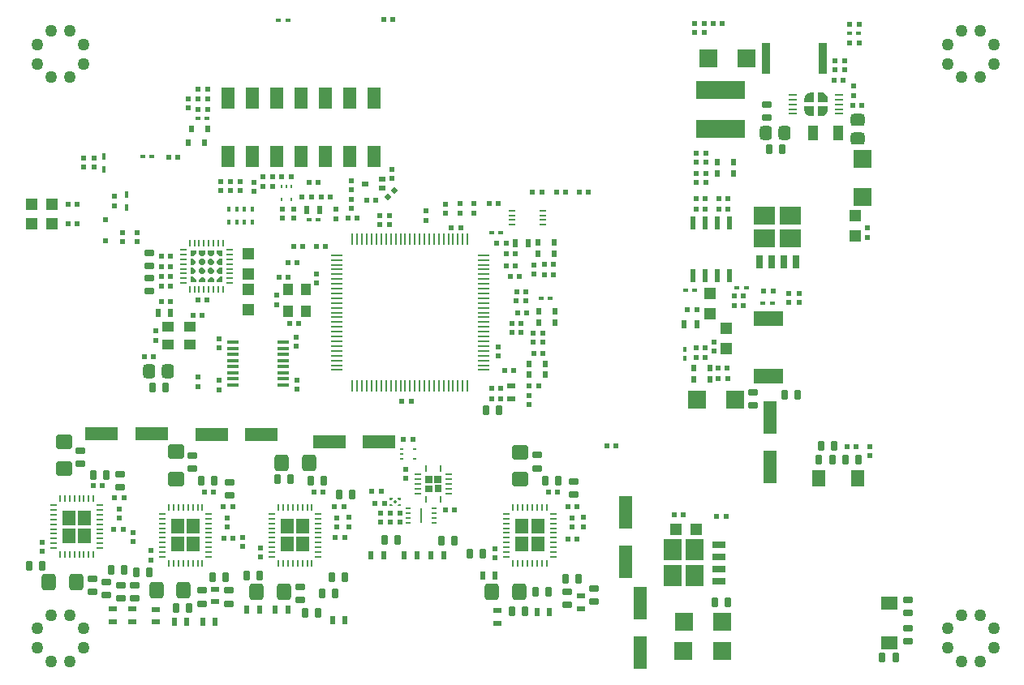
<source format=gtp>
G04 Layer_Color=8421504*
%FSLAX25Y25*%
%MOIN*%
G70*
G01*
G75*
%ADD186R,0.07520X0.08898*%
%ADD187R,0.08898X0.07520*%
%ADD188R,0.05276X0.06181*%
%ADD189R,0.03816X0.00965*%
%ADD190R,0.05400X0.02600*%
%ADD191R,0.02600X0.05400*%
G04:AMPARAMS|DCode=192|XSize=20mil|YSize=22mil|CornerRadius=3.4mil|HoleSize=0mil|Usage=FLASHONLY|Rotation=0.000|XOffset=0mil|YOffset=0mil|HoleType=Round|Shape=RoundedRectangle|*
%AMROUNDEDRECTD192*
21,1,0.02000,0.01520,0,0,0.0*
21,1,0.01320,0.02200,0,0,0.0*
1,1,0.00680,0.00660,-0.00760*
1,1,0.00680,-0.00660,-0.00760*
1,1,0.00680,-0.00660,0.00760*
1,1,0.00680,0.00660,0.00760*
%
%ADD192ROUNDEDRECTD192*%
G04:AMPARAMS|DCode=193|XSize=9.02mil|YSize=29.5mil|CornerRadius=3.41mil|HoleSize=0mil|Usage=FLASHONLY|Rotation=180.000|XOffset=0mil|YOffset=0mil|HoleType=Round|Shape=RoundedRectangle|*
%AMROUNDEDRECTD193*
21,1,0.00902,0.02268,0,0,180.0*
21,1,0.00220,0.02950,0,0,180.0*
1,1,0.00682,-0.00110,0.01134*
1,1,0.00682,0.00110,0.01134*
1,1,0.00682,0.00110,-0.01134*
1,1,0.00682,-0.00110,-0.01134*
%
%ADD193ROUNDEDRECTD193*%
G04:AMPARAMS|DCode=194|XSize=9.02mil|YSize=29.5mil|CornerRadius=3.41mil|HoleSize=0mil|Usage=FLASHONLY|Rotation=270.000|XOffset=0mil|YOffset=0mil|HoleType=Round|Shape=RoundedRectangle|*
%AMROUNDEDRECTD194*
21,1,0.00902,0.02268,0,0,270.0*
21,1,0.00220,0.02950,0,0,270.0*
1,1,0.00682,-0.01134,-0.00110*
1,1,0.00682,-0.01134,0.00110*
1,1,0.00682,0.01134,0.00110*
1,1,0.00682,0.01134,-0.00110*
%
%ADD194ROUNDEDRECTD194*%
%ADD195O,0.00784X0.03146*%
%ADD196O,0.03146X0.00784*%
%ADD197R,0.07700X0.07700*%
G04:AMPARAMS|DCode=198|XSize=27.13mil|YSize=37.37mil|CornerRadius=4.83mil|HoleSize=0mil|Usage=FLASHONLY|Rotation=90.000|XOffset=0mil|YOffset=0mil|HoleType=Round|Shape=RoundedRectangle|*
%AMROUNDEDRECTD198*
21,1,0.02713,0.02772,0,0,90.0*
21,1,0.01748,0.03737,0,0,90.0*
1,1,0.00965,0.01386,0.00874*
1,1,0.00965,0.01386,-0.00874*
1,1,0.00965,-0.01386,-0.00874*
1,1,0.00965,-0.01386,0.00874*
%
%ADD198ROUNDEDRECTD198*%
%ADD199R,0.06887X0.05233*%
G04:AMPARAMS|DCode=200|XSize=27.13mil|YSize=37.37mil|CornerRadius=4.83mil|HoleSize=0mil|Usage=FLASHONLY|Rotation=0.000|XOffset=0mil|YOffset=0mil|HoleType=Round|Shape=RoundedRectangle|*
%AMROUNDEDRECTD200*
21,1,0.02713,0.02772,0,0,0.0*
21,1,0.01748,0.03737,0,0,0.0*
1,1,0.00965,0.00874,-0.01386*
1,1,0.00965,-0.00874,-0.01386*
1,1,0.00965,-0.00874,0.01386*
1,1,0.00965,0.00874,0.01386*
%
%ADD200ROUNDEDRECTD200*%
G04:AMPARAMS|DCode=201|XSize=20mil|YSize=22mil|CornerRadius=3.4mil|HoleSize=0mil|Usage=FLASHONLY|Rotation=225.000|XOffset=0mil|YOffset=0mil|HoleType=Round|Shape=RoundedRectangle|*
%AMROUNDEDRECTD201*
21,1,0.02000,0.01520,0,0,225.0*
21,1,0.01320,0.02200,0,0,225.0*
1,1,0.00680,-0.01004,0.00071*
1,1,0.00680,-0.00071,0.01004*
1,1,0.00680,0.01004,-0.00071*
1,1,0.00680,0.00071,-0.01004*
%
%ADD201ROUNDEDRECTD201*%
G04:AMPARAMS|DCode=202|XSize=20mil|YSize=22mil|CornerRadius=3.4mil|HoleSize=0mil|Usage=FLASHONLY|Rotation=270.000|XOffset=0mil|YOffset=0mil|HoleType=Round|Shape=RoundedRectangle|*
%AMROUNDEDRECTD202*
21,1,0.02000,0.01520,0,0,270.0*
21,1,0.01320,0.02200,0,0,270.0*
1,1,0.00680,-0.00760,-0.00660*
1,1,0.00680,-0.00760,0.00660*
1,1,0.00680,0.00760,0.00660*
1,1,0.00680,0.00760,-0.00660*
%
%ADD202ROUNDEDRECTD202*%
%ADD203R,0.02438X0.03265*%
%ADD204R,0.03265X0.02438*%
%ADD205R,0.04600X0.04600*%
%ADD206R,0.04600X0.04600*%
%ADD207R,0.04000X0.05000*%
%ADD208R,0.02162X0.02950*%
%ADD209R,0.07700X0.07700*%
%ADD210R,0.01800X0.02600*%
%ADD211C,0.05000*%
G04:AMPARAMS|DCode=212|XSize=61mil|YSize=69mil|CornerRadius=14.75mil|HoleSize=0mil|Usage=FLASHONLY|Rotation=180.000|XOffset=0mil|YOffset=0mil|HoleType=Round|Shape=RoundedRectangle|*
%AMROUNDEDRECTD212*
21,1,0.06100,0.03950,0,0,180.0*
21,1,0.03150,0.06900,0,0,180.0*
1,1,0.02950,-0.01575,0.01975*
1,1,0.02950,0.01575,0.01975*
1,1,0.02950,0.01575,-0.01975*
1,1,0.02950,-0.01575,-0.01975*
%
%ADD212ROUNDEDRECTD212*%
G04:AMPARAMS|DCode=213|XSize=61mil|YSize=69mil|CornerRadius=14.75mil|HoleSize=0mil|Usage=FLASHONLY|Rotation=90.000|XOffset=0mil|YOffset=0mil|HoleType=Round|Shape=RoundedRectangle|*
%AMROUNDEDRECTD213*
21,1,0.06100,0.03950,0,0,90.0*
21,1,0.03150,0.06900,0,0,90.0*
1,1,0.02950,0.01975,0.01575*
1,1,0.02950,0.01975,-0.01575*
1,1,0.02950,-0.01975,-0.01575*
1,1,0.02950,-0.01975,0.01575*
%
%ADD213ROUNDEDRECTD213*%
%ADD214R,0.01965X0.01768*%
G04:AMPARAMS|DCode=215|XSize=50mil|YSize=58mil|CornerRadius=12mil|HoleSize=0mil|Usage=FLASHONLY|Rotation=0.000|XOffset=0mil|YOffset=0mil|HoleType=Round|Shape=RoundedRectangle|*
%AMROUNDEDRECTD215*
21,1,0.05000,0.03400,0,0,0.0*
21,1,0.02600,0.05800,0,0,0.0*
1,1,0.02400,0.01300,-0.01700*
1,1,0.02400,-0.01300,-0.01700*
1,1,0.02400,-0.01300,0.01700*
1,1,0.02400,0.01300,0.01700*
%
%ADD215ROUNDEDRECTD215*%
%ADD216R,0.05312X0.13186*%
%ADD217R,0.13186X0.05312*%
G04:AMPARAMS|DCode=218|XSize=21.62mil|YSize=22mil|CornerRadius=3.72mil|HoleSize=0mil|Usage=FLASHONLY|Rotation=90.000|XOffset=0mil|YOffset=0mil|HoleType=Round|Shape=RoundedRectangle|*
%AMROUNDEDRECTD218*
21,1,0.02162,0.01455,0,0,90.0*
21,1,0.01417,0.02200,0,0,90.0*
1,1,0.00745,0.00728,0.00709*
1,1,0.00745,0.00728,-0.00709*
1,1,0.00745,-0.00728,-0.00709*
1,1,0.00745,-0.00728,0.00709*
%
%ADD218ROUNDEDRECTD218*%
%ADD219R,0.00981X0.01572*%
%ADD220P,0.01849X4X180.0*%
%ADD221O,0.00902X0.02950*%
%ADD222O,0.02950X0.00902*%
%ADD223R,0.01572X0.00981*%
%ADD224R,0.01965X0.00784*%
%ADD225R,0.00587X0.06099*%
%ADD226R,0.02950X0.01965*%
%ADD227R,0.01768X0.01965*%
%ADD228R,0.05706X0.08973*%
%ADD229R,0.02200X0.05800*%
%ADD230R,0.03343X0.12792*%
%ADD231R,0.02200X0.02200*%
%ADD232O,0.00784X0.04918*%
%ADD233O,0.04918X0.00784*%
%ADD234R,0.01800X0.02400*%
%ADD235R,0.05000X0.04000*%
%ADD236R,0.12400X0.06100*%
%ADD237R,0.04800X0.01300*%
%ADD238R,0.05233X0.06887*%
%ADD239R,0.04131X0.06493*%
G04:AMPARAMS|DCode=240|XSize=50mil|YSize=58mil|CornerRadius=12mil|HoleSize=0mil|Usage=FLASHONLY|Rotation=270.000|XOffset=0mil|YOffset=0mil|HoleType=Round|Shape=RoundedRectangle|*
%AMROUNDEDRECTD240*
21,1,0.05000,0.03400,0,0,270.0*
21,1,0.02600,0.05800,0,0,270.0*
1,1,0.02400,-0.01700,-0.01300*
1,1,0.02400,-0.01700,0.01300*
1,1,0.02400,0.01700,0.01300*
1,1,0.02400,0.01700,-0.01300*
%
%ADD240ROUNDEDRECTD240*%
%ADD241R,0.19879X0.07615*%
%ADD242R,0.02950X0.00965*%
G36*
X-9417Y-57489D02*
Y-58820D01*
X-12173D01*
Y-57531D01*
X-11183Y-56556D01*
X-10365D01*
X-9417Y-57489D01*
D02*
G37*
G36*
X-13059Y-57639D02*
Y-58820D01*
X-15520D01*
Y-56359D01*
X-14339D01*
X-13059Y-57639D01*
D02*
G37*
G36*
X87657Y-141260D02*
X84784D01*
Y-138425D01*
X87657D01*
Y-141260D01*
D02*
G37*
G36*
X-5677Y-57489D02*
Y-58820D01*
X-8433D01*
Y-57531D01*
X-7442Y-56556D01*
X-6625D01*
X-5677Y-57489D01*
D02*
G37*
G36*
Y-53702D02*
Y-54489D01*
X-6661Y-55473D01*
X-7449D01*
X-8335Y-54587D01*
Y-53603D01*
X-7547Y-52816D01*
X-6563D01*
X-5677Y-53702D01*
D02*
G37*
G36*
X-13256Y-53708D02*
Y-54525D01*
X-14189Y-55473D01*
X-15520D01*
Y-52717D01*
X-14231D01*
X-13256Y-53708D01*
D02*
G37*
G36*
X-2331Y-58820D02*
X-4791D01*
Y-57639D01*
X-3512Y-56359D01*
X-2331D01*
Y-58820D01*
D02*
G37*
G36*
X67774Y-147736D02*
X67284Y-148227D01*
X66360Y-148227D01*
Y-147403D01*
X67774D01*
X67774Y-147736D01*
D02*
G37*
G36*
X71042Y-150825D02*
X69628D01*
X69628Y-150492D01*
X70118Y-150002D01*
X71042Y-150002D01*
Y-150825D01*
D02*
G37*
G36*
X67284Y-150002D02*
X67774Y-150492D01*
X67774Y-150825D01*
X66360D01*
Y-150002D01*
X67284Y-150002D01*
D02*
G37*
G36*
X71042Y-148227D02*
X70118Y-148227D01*
X69628Y-147736D01*
X69628Y-147403D01*
X71042D01*
Y-148227D01*
D02*
G37*
G36*
X83878Y-141299D02*
X81043D01*
Y-138425D01*
X83878D01*
Y-141299D01*
D02*
G37*
G36*
X87657Y-145039D02*
X84823D01*
Y-142165D01*
X87657D01*
Y-145039D01*
D02*
G37*
G36*
X83917D02*
X81043D01*
Y-142205D01*
X83917D01*
Y-145039D01*
D02*
G37*
G36*
X-5677Y-46920D02*
X-6668Y-47894D01*
X-7485D01*
X-8433Y-46961D01*
Y-45631D01*
X-5677D01*
Y-46920D01*
D02*
G37*
G36*
X-9417D02*
X-10408Y-47894D01*
X-11225D01*
X-12173Y-46961D01*
Y-45631D01*
X-9417D01*
Y-46920D01*
D02*
G37*
G36*
X-2331Y-48091D02*
X-3512D01*
X-4791Y-46812D01*
Y-45631D01*
X-2331D01*
Y-48091D01*
D02*
G37*
G36*
X240795Y13645D02*
X240795Y9629D01*
X239339Y9629D01*
X239087D01*
X238592Y9727D01*
X238126Y9920D01*
X237707Y10200D01*
X237351Y10557D01*
X237071Y10976D01*
X236878Y11442D01*
X236780Y11936D01*
Y12188D01*
X236779Y13645D01*
X240795Y13645D01*
D02*
G37*
G36*
X243748Y19235D02*
X244000D01*
X244495Y19137D01*
X244960Y18944D01*
X245379Y18664D01*
X245736Y18308D01*
X246016Y17888D01*
X246209Y17423D01*
X246307Y16928D01*
Y16676D01*
X246307Y15220D01*
X242291Y15220D01*
X242291Y19235D01*
X243748Y19235D01*
D02*
G37*
G36*
X240756Y15180D02*
X236740Y15180D01*
X236740Y16637D01*
Y16889D01*
X236839Y17383D01*
X237031Y17849D01*
X237312Y18268D01*
X237668Y18625D01*
X238087Y18905D01*
X238553Y19098D01*
X239047Y19196D01*
X239299D01*
X240756Y19196D01*
X240756Y15180D01*
D02*
G37*
G36*
X246346Y12228D02*
Y11975D01*
X246248Y11481D01*
X246055Y11015D01*
X245775Y10596D01*
X245419Y10240D01*
X245000Y9960D01*
X244534Y9767D01*
X244039Y9668D01*
X243787D01*
X242331Y9668D01*
X242331Y13684D01*
X246346Y13684D01*
X246346Y12228D01*
D02*
G37*
G36*
X-13256Y-49961D02*
Y-50847D01*
X-14142Y-51733D01*
X-15520D01*
Y-48977D01*
X-14240D01*
X-13256Y-49961D01*
D02*
G37*
G36*
X-9516Y-53603D02*
Y-54587D01*
X-10303Y-55375D01*
X-11287D01*
X-12173Y-54489D01*
Y-53702D01*
X-11189Y-52717D01*
X-10402D01*
X-9516Y-53603D01*
D02*
G37*
G36*
X-2331Y-55473D02*
X-3610D01*
X-4594Y-54489D01*
Y-53603D01*
X-3709Y-52717D01*
X-2331D01*
Y-55473D01*
D02*
G37*
G36*
X-5677Y-49961D02*
Y-50749D01*
X-6661Y-51733D01*
X-7449D01*
X-8335Y-50847D01*
Y-49863D01*
X-7547Y-49076D01*
X-6563D01*
X-5677Y-49961D01*
D02*
G37*
G36*
X-13059Y-46812D02*
X-14339Y-48091D01*
X-15520D01*
Y-45631D01*
X-13059D01*
Y-46812D01*
D02*
G37*
G36*
X-9516Y-49863D02*
Y-50847D01*
X-10303Y-51635D01*
X-11287D01*
X-12173Y-50749D01*
Y-49961D01*
X-11189Y-48977D01*
X-10402D01*
X-9516Y-49863D01*
D02*
G37*
G36*
X-2331Y-51733D02*
X-3619D01*
X-4594Y-50743D01*
Y-49925D01*
X-3661Y-48977D01*
X-2331D01*
Y-51733D01*
D02*
G37*
G54D186*
X182542Y-179376D02*
D03*
X182546Y-168739D02*
D03*
X191802Y-168739D02*
D03*
X191798Y-179376D02*
D03*
G54D187*
X220369Y-40590D02*
D03*
X231007Y-40594D02*
D03*
X231007Y-31338D02*
D03*
X220369Y-31334D02*
D03*
G54D188*
X120742Y-166503D02*
D03*
X127204Y-159135D02*
D03*
X120747Y-159138D02*
D03*
X127203Y-166504D02*
D03*
X24342Y-166503D02*
D03*
X30804Y-159135D02*
D03*
X24346Y-159138D02*
D03*
X30803Y-166504D02*
D03*
X-20658Y-166503D02*
D03*
X-14196Y-159135D02*
D03*
X-20654Y-159138D02*
D03*
X-14197Y-166504D02*
D03*
X-65395Y-162903D02*
D03*
X-58934Y-155535D02*
D03*
X-65391Y-155538D02*
D03*
X-58935Y-162904D02*
D03*
G54D189*
X250992Y10495D02*
D03*
Y12464D02*
D03*
Y14432D02*
D03*
Y16401D02*
D03*
Y18369D02*
D03*
X232095Y10495D02*
D03*
Y12464D02*
D03*
Y14432D02*
D03*
Y16401D02*
D03*
Y18369D02*
D03*
G54D190*
X201695Y-181558D02*
D03*
Y-176558D02*
D03*
Y-171557D02*
D03*
Y-166558D02*
D03*
G54D191*
X233188Y-50487D02*
D03*
X228188D02*
D03*
X223188D02*
D03*
X218188D02*
D03*
G54D192*
X108158Y-106604D02*
D03*
X111948D02*
D03*
X144285Y-21725D02*
D03*
X148075D02*
D03*
X134885Y-21625D02*
D03*
X138675D02*
D03*
X33346Y-17717D02*
D03*
X37136D02*
D03*
X38185Y-23725D02*
D03*
X41975D02*
D03*
X111965Y-102425D02*
D03*
X108175D02*
D03*
X95492Y-36319D02*
D03*
X91702D02*
D03*
X24685Y-50725D02*
D03*
X28475D02*
D03*
X22110Y-15500D02*
D03*
X25900D02*
D03*
X116485Y-79475D02*
D03*
X120275D02*
D03*
X116485Y-75575D02*
D03*
X120275D02*
D03*
X113685Y-95075D02*
D03*
X117475D02*
D03*
X59035Y-144685D02*
D03*
X62825D02*
D03*
X-65690Y-26725D02*
D03*
X-61900D02*
D03*
X14410Y-19400D02*
D03*
X18200D02*
D03*
X125085Y-21825D02*
D03*
X128875D02*
D03*
X196000Y-28800D02*
D03*
X192210D02*
D03*
X201510D02*
D03*
X205300D02*
D03*
X192200Y-24500D02*
D03*
X195990D02*
D03*
X129975Y-55625D02*
D03*
X133765D02*
D03*
X-65715Y-34825D02*
D03*
X-61925D02*
D03*
X129275Y-87925D02*
D03*
X125485D02*
D03*
X187065Y-154525D02*
D03*
X183275D02*
D03*
X204575Y-155125D02*
D03*
X200785D02*
D03*
X107185Y-26325D02*
D03*
X110975D02*
D03*
X223875Y-62525D02*
D03*
X220085D02*
D03*
X114265Y-42825D02*
D03*
X110475D02*
D03*
X-23525Y-52225D02*
D03*
X-27315D02*
D03*
X192600Y-69900D02*
D03*
X188810D02*
D03*
X133765Y-51425D02*
D03*
X129975D02*
D03*
X205290Y-24500D02*
D03*
X201500D02*
D03*
X260375Y13875D02*
D03*
X256585D02*
D03*
X14430Y-15500D02*
D03*
X18200D02*
D03*
X49183Y-32283D02*
D03*
X52973D02*
D03*
X192185Y-85625D02*
D03*
X195975D02*
D03*
X195965Y-89625D02*
D03*
X192175D02*
D03*
X122265Y-66525D02*
D03*
X118475D02*
D03*
X127575Y-101225D02*
D03*
X123785D02*
D03*
X205165Y-98425D02*
D03*
X201375D02*
D03*
X255385Y47175D02*
D03*
X259175D02*
D03*
X259165Y39775D02*
D03*
X255375D02*
D03*
X-12290Y12400D02*
D03*
X-8500D02*
D03*
X-8510Y20700D02*
D03*
X-12300D02*
D03*
X-8510Y16600D02*
D03*
X-12300D02*
D03*
X-24490Y-7300D02*
D03*
X-20700D02*
D03*
X-23555Y-66725D02*
D03*
X-27325D02*
D03*
X203145Y47575D02*
D03*
X199375D02*
D03*
X63975Y49375D02*
D03*
X67745D02*
D03*
X155605Y-126025D02*
D03*
X159375D02*
D03*
X-42825Y-147425D02*
D03*
X-46595D02*
D03*
X-51655Y-142525D02*
D03*
X-55425D02*
D03*
X-46925Y-160225D02*
D03*
X-43155D02*
D03*
X114354Y-52162D02*
D03*
X118124D02*
D03*
X75227Y-107677D02*
D03*
X71457D02*
D03*
X-30525Y-89225D02*
D03*
X-34295D02*
D03*
X-23555Y-60325D02*
D03*
X-27325D02*
D03*
X24675Y-56575D02*
D03*
X20905D02*
D03*
X-23555Y-47925D02*
D03*
X-27325D02*
D03*
X-14295Y-72525D02*
D03*
X-10525D02*
D03*
X-12460Y-66047D02*
D03*
X-8690D02*
D03*
X29037Y-75705D02*
D03*
X25267D02*
D03*
X115929Y-56296D02*
D03*
X119699D02*
D03*
X114305Y-47025D02*
D03*
X118075D02*
D03*
X122275Y-62725D02*
D03*
X118505D02*
D03*
X252745Y24375D02*
D03*
X248975D02*
D03*
X1913Y-151025D02*
D03*
X-1857D02*
D03*
X-6055Y-145125D02*
D03*
X-9825D02*
D03*
X-1825Y-164025D02*
D03*
X1945D02*
D03*
X43805Y-150925D02*
D03*
X47575D02*
D03*
X39045Y-145125D02*
D03*
X35275D02*
D03*
X47845Y-163825D02*
D03*
X44075D02*
D03*
X143375Y-150925D02*
D03*
X139605D02*
D03*
X135345Y-145025D02*
D03*
X131575D02*
D03*
X139675Y-164225D02*
D03*
X143445D02*
D03*
X201375Y-94125D02*
D03*
X205145D02*
D03*
X211675Y-68325D02*
D03*
X207885D02*
D03*
X26875Y-43925D02*
D03*
X30665D02*
D03*
X36275D02*
D03*
X40065D02*
D03*
X122775Y-71525D02*
D03*
X118985D02*
D03*
X30375Y-23625D02*
D03*
X34165D02*
D03*
X211675Y-64425D02*
D03*
X207885D02*
D03*
X257990Y-126300D02*
D03*
X254200D02*
D03*
X75817Y-123425D02*
D03*
X72047D02*
D03*
X64203Y-149606D02*
D03*
X60433D02*
D03*
X56870Y-24902D02*
D03*
X60660D02*
D03*
X92943Y-152461D02*
D03*
X89173D02*
D03*
X-27315Y-56325D02*
D03*
X-23525D02*
D03*
G54D193*
X-15815Y-61674D02*
D03*
X-13847D02*
D03*
X-11878D02*
D03*
X-9909D02*
D03*
X-7941D02*
D03*
X-5972D02*
D03*
X-4004D02*
D03*
X-2035D02*
D03*
Y-42725D02*
D03*
X-4004D02*
D03*
X-5972D02*
D03*
X-7941D02*
D03*
X-9909D02*
D03*
X-11878D02*
D03*
X-13847D02*
D03*
X-15815D02*
D03*
G54D194*
X524Y-59115D02*
D03*
Y-57146D02*
D03*
Y-55178D02*
D03*
Y-53209D02*
D03*
Y-51241D02*
D03*
Y-49272D02*
D03*
Y-47304D02*
D03*
Y-45335D02*
D03*
X-18425D02*
D03*
Y-47304D02*
D03*
Y-49272D02*
D03*
Y-51241D02*
D03*
Y-53209D02*
D03*
Y-55178D02*
D03*
Y-57146D02*
D03*
Y-59115D02*
D03*
G54D195*
X117085Y-151304D02*
D03*
X119053D02*
D03*
X121022D02*
D03*
X122991D02*
D03*
X124959D02*
D03*
X126928D02*
D03*
X128896D02*
D03*
X130865D02*
D03*
Y-174335D02*
D03*
X128896D02*
D03*
X126928D02*
D03*
X124959D02*
D03*
X122991D02*
D03*
X121022D02*
D03*
X119053D02*
D03*
X117085D02*
D03*
X20685Y-151304D02*
D03*
X22654D02*
D03*
X24622D02*
D03*
X26591D02*
D03*
X28559D02*
D03*
X30528D02*
D03*
X32496D02*
D03*
X34465D02*
D03*
Y-174335D02*
D03*
X32496D02*
D03*
X30528D02*
D03*
X28559D02*
D03*
X26591D02*
D03*
X24622D02*
D03*
X22654D02*
D03*
X20685D02*
D03*
X-24315Y-151304D02*
D03*
X-22346D02*
D03*
X-20378D02*
D03*
X-18409D02*
D03*
X-16441D02*
D03*
X-14472D02*
D03*
X-12504D02*
D03*
X-10535D02*
D03*
Y-174335D02*
D03*
X-12504D02*
D03*
X-14472D02*
D03*
X-16441D02*
D03*
X-18409D02*
D03*
X-20378D02*
D03*
X-22346D02*
D03*
X-24315D02*
D03*
X-69053Y-147704D02*
D03*
X-67084D02*
D03*
X-65116D02*
D03*
X-63147D02*
D03*
X-61179D02*
D03*
X-59210D02*
D03*
X-57242D02*
D03*
X-55273D02*
D03*
Y-170735D02*
D03*
X-57242D02*
D03*
X-59210D02*
D03*
X-61179D02*
D03*
X-63147D02*
D03*
X-65116D02*
D03*
X-67084D02*
D03*
X-69053D02*
D03*
G54D196*
X133542Y-153961D02*
D03*
Y-155930D02*
D03*
Y-157898D02*
D03*
Y-159867D02*
D03*
Y-161835D02*
D03*
Y-163804D02*
D03*
Y-165772D02*
D03*
Y-167741D02*
D03*
Y-169709D02*
D03*
Y-171678D02*
D03*
X114408D02*
D03*
Y-169709D02*
D03*
Y-167741D02*
D03*
Y-165772D02*
D03*
Y-163804D02*
D03*
Y-161835D02*
D03*
Y-159867D02*
D03*
Y-157898D02*
D03*
Y-155930D02*
D03*
Y-153961D02*
D03*
X37142D02*
D03*
Y-155930D02*
D03*
Y-157898D02*
D03*
Y-159867D02*
D03*
Y-161835D02*
D03*
Y-163804D02*
D03*
Y-165772D02*
D03*
Y-167741D02*
D03*
Y-169709D02*
D03*
Y-171678D02*
D03*
X18008D02*
D03*
Y-169709D02*
D03*
Y-167741D02*
D03*
Y-165772D02*
D03*
Y-163804D02*
D03*
Y-161835D02*
D03*
Y-159867D02*
D03*
Y-157898D02*
D03*
Y-155930D02*
D03*
Y-153961D02*
D03*
X-7858D02*
D03*
Y-155930D02*
D03*
Y-157898D02*
D03*
Y-159867D02*
D03*
Y-161835D02*
D03*
Y-163804D02*
D03*
Y-165772D02*
D03*
Y-167741D02*
D03*
Y-169709D02*
D03*
Y-171678D02*
D03*
X-26992D02*
D03*
Y-169709D02*
D03*
Y-167741D02*
D03*
Y-165772D02*
D03*
Y-163804D02*
D03*
Y-161835D02*
D03*
Y-159867D02*
D03*
Y-157898D02*
D03*
Y-155930D02*
D03*
Y-153961D02*
D03*
X-52596Y-150361D02*
D03*
Y-152330D02*
D03*
Y-154298D02*
D03*
Y-156267D02*
D03*
Y-158235D02*
D03*
Y-160204D02*
D03*
Y-162172D02*
D03*
Y-164141D02*
D03*
Y-166109D02*
D03*
Y-168078D02*
D03*
X-71730D02*
D03*
Y-166109D02*
D03*
Y-164141D02*
D03*
Y-162172D02*
D03*
Y-160204D02*
D03*
Y-158235D02*
D03*
Y-156267D02*
D03*
Y-154298D02*
D03*
Y-152330D02*
D03*
Y-150361D02*
D03*
G54D197*
X187056Y-210442D02*
D03*
X202830D02*
D03*
X202921Y-198458D02*
D03*
X187146D02*
D03*
X208349Y-106925D02*
D03*
X192575D02*
D03*
X197201Y33275D02*
D03*
X212975D02*
D03*
G54D198*
X279175Y-206502D02*
D03*
Y-201148D02*
D03*
Y-194702D02*
D03*
Y-189348D02*
D03*
X-32425Y-46548D02*
D03*
Y-51903D02*
D03*
X-38375Y-188802D02*
D03*
Y-183448D02*
D03*
X-44175Y-183425D02*
D03*
Y-188779D02*
D03*
X-60625Y-133402D02*
D03*
Y-128048D02*
D03*
X-49925Y-182048D02*
D03*
Y-187402D02*
D03*
X-55625Y-186002D02*
D03*
Y-180648D02*
D03*
X221375Y14352D02*
D03*
Y8998D02*
D03*
X215775Y-109502D02*
D03*
Y-104148D02*
D03*
X675Y-146302D02*
D03*
Y-140948D02*
D03*
X200Y-185523D02*
D03*
Y-190877D02*
D03*
X-14625Y-135302D02*
D03*
Y-129948D02*
D03*
X-10600Y-185523D02*
D03*
Y-190877D02*
D03*
X29700Y-183923D02*
D03*
Y-189277D02*
D03*
X142075Y-145902D02*
D03*
Y-140548D02*
D03*
X150475Y-190102D02*
D03*
Y-184748D02*
D03*
X139275Y-191480D02*
D03*
Y-186125D02*
D03*
X126975Y-135202D02*
D03*
Y-129848D02*
D03*
X-44225Y-137548D02*
D03*
Y-142902D02*
D03*
X-32425Y-57048D02*
D03*
Y-62402D02*
D03*
G54D199*
X271775Y-190815D02*
D03*
Y-207035D02*
D03*
G54D200*
X268798Y-213025D02*
D03*
X274152D02*
D03*
X105886Y-111417D02*
D03*
X111240D02*
D03*
X-81602Y-175325D02*
D03*
X-76248D02*
D03*
X-47902Y-176925D02*
D03*
X-42548D02*
D03*
X-50148Y-137925D02*
D03*
X-55502D02*
D03*
X228498Y-105125D02*
D03*
X233852D02*
D03*
X222198Y-4125D02*
D03*
X227552D02*
D03*
X258852Y-131625D02*
D03*
X253498D02*
D03*
X248152D02*
D03*
X242798D02*
D03*
X248902Y-125875D02*
D03*
X243548D02*
D03*
X37052Y-194625D02*
D03*
X31698D02*
D03*
X-37577Y-177900D02*
D03*
X-32223D02*
D03*
X-21502Y-192825D02*
D03*
X-16148D02*
D03*
X-6502Y-180125D02*
D03*
X-1148D02*
D03*
X-5548Y-140425D02*
D03*
X-10902D02*
D03*
X42698Y-180025D02*
D03*
X48052D02*
D03*
X39352Y-140425D02*
D03*
X33998D02*
D03*
X50952Y-146125D02*
D03*
X45598D02*
D03*
X87698Y-165125D02*
D03*
X93052D02*
D03*
X64350Y-164665D02*
D03*
X69705D02*
D03*
X25552Y-139725D02*
D03*
X20198D02*
D03*
X43952Y-186625D02*
D03*
X38598D02*
D03*
X12852Y-179325D02*
D03*
X7498D02*
D03*
X144052Y-180725D02*
D03*
X138698D02*
D03*
X130298Y-140325D02*
D03*
X135652D02*
D03*
X116698Y-194125D02*
D03*
X122052D02*
D03*
X99398Y-170525D02*
D03*
X104752D02*
D03*
X131652Y-185925D02*
D03*
X126298D02*
D03*
X199998Y-190425D02*
D03*
X205352D02*
D03*
X-31152Y-102126D02*
D03*
X-25798D02*
D03*
G54D201*
X68167Y-21006D02*
D03*
X65487Y-23686D02*
D03*
G54D202*
X66240Y-31378D02*
D03*
Y-35168D02*
D03*
X44291Y-32599D02*
D03*
Y-28809D02*
D03*
X50492Y-20787D02*
D03*
Y-16998D02*
D03*
X89375Y-30415D02*
D03*
Y-26625D02*
D03*
X95175Y-30315D02*
D03*
Y-26525D02*
D03*
X100875Y-30315D02*
D03*
Y-26525D02*
D03*
X10500Y-17700D02*
D03*
Y-21490D02*
D03*
X-3000Y-20990D02*
D03*
Y-17200D02*
D03*
X192225Y-14035D02*
D03*
Y-17825D02*
D03*
X-39025Y-165415D02*
D03*
Y-161625D02*
D03*
X-55125Y-11325D02*
D03*
Y-7535D02*
D03*
X-46628Y-23414D02*
D03*
Y-27204D02*
D03*
X262800Y-36500D02*
D03*
Y-40290D02*
D03*
X199775Y-83335D02*
D03*
Y-87125D02*
D03*
X-37472Y-38335D02*
D03*
Y-42124D02*
D03*
X62205Y-35168D02*
D03*
Y-31378D02*
D03*
X129475Y-79625D02*
D03*
Y-83415D02*
D03*
X123775Y-105235D02*
D03*
Y-109025D02*
D03*
X125775Y-55425D02*
D03*
Y-51635D02*
D03*
X256975Y21875D02*
D03*
Y18085D02*
D03*
X249175Y32375D02*
D03*
Y28585D02*
D03*
X253175Y28575D02*
D03*
Y32365D02*
D03*
X5875Y-167415D02*
D03*
Y-163625D02*
D03*
X49575Y-155525D02*
D03*
Y-159315D02*
D03*
X146075D02*
D03*
Y-155525D02*
D03*
X1000Y-17230D02*
D03*
Y-21000D02*
D03*
X5100Y-17230D02*
D03*
Y-21000D02*
D03*
X22146Y-28612D02*
D03*
Y-32402D02*
D03*
X50492Y-28465D02*
D03*
Y-24675D02*
D03*
X196325Y-14035D02*
D03*
Y-17825D02*
D03*
X125375Y-79625D02*
D03*
Y-83415D02*
D03*
X195600Y47600D02*
D03*
Y43810D02*
D03*
X191600Y47600D02*
D03*
Y43810D02*
D03*
X192275Y-9375D02*
D03*
Y-5585D02*
D03*
X-12400Y-101600D02*
D03*
Y-97810D02*
D03*
X-16400Y16690D02*
D03*
Y12900D02*
D03*
X-76325Y-165725D02*
D03*
Y-169495D02*
D03*
X-44825Y-151955D02*
D03*
Y-155725D02*
D03*
X111075Y-89068D02*
D03*
Y-85298D02*
D03*
X-59225Y-7555D02*
D03*
Y-11325D02*
D03*
X-29625Y-78825D02*
D03*
Y-82595D02*
D03*
X19875Y-67925D02*
D03*
Y-64155D02*
D03*
X81375Y-29525D02*
D03*
Y-33295D02*
D03*
X-3559Y-102950D02*
D03*
Y-99180D02*
D03*
X28232Y-98891D02*
D03*
Y-102661D02*
D03*
X28134Y-81395D02*
D03*
Y-85165D02*
D03*
X-3658Y-85755D02*
D03*
Y-81985D02*
D03*
X-43472Y-42095D02*
D03*
Y-38325D02*
D03*
X-225Y-155655D02*
D03*
Y-159425D02*
D03*
X-31725Y-169125D02*
D03*
Y-172895D02*
D03*
X44775Y-159325D02*
D03*
Y-155555D02*
D03*
X13375Y-168025D02*
D03*
Y-171795D02*
D03*
X141275Y-155555D02*
D03*
Y-159325D02*
D03*
X109775Y-168225D02*
D03*
Y-171995D02*
D03*
X196275Y-5605D02*
D03*
Y-9375D02*
D03*
X234500Y-67000D02*
D03*
Y-63210D02*
D03*
X73130Y-135610D02*
D03*
Y-139400D02*
D03*
X66535Y-153612D02*
D03*
Y-157382D02*
D03*
X62500Y-153612D02*
D03*
Y-157382D02*
D03*
X70571Y-153612D02*
D03*
Y-157382D02*
D03*
X27067Y-28612D02*
D03*
Y-32382D02*
D03*
X67421Y-12382D02*
D03*
Y-16172D02*
D03*
X230400Y-67000D02*
D03*
Y-63210D02*
D03*
X36375Y-59025D02*
D03*
Y-55255D02*
D03*
G54D203*
X48118Y-197800D02*
D03*
X42882D02*
D03*
X12818Y-193400D02*
D03*
X7582D02*
D03*
X-5282Y-198300D02*
D03*
X-10518D02*
D03*
X-16882Y-198200D02*
D03*
X-22118D02*
D03*
X123293Y-42625D02*
D03*
X118057D02*
D03*
X104557Y-179225D02*
D03*
X109793D02*
D03*
X19382Y-193400D02*
D03*
X24618D02*
D03*
X32457Y-29125D02*
D03*
X37693D02*
D03*
X63993Y-171025D02*
D03*
X58757D02*
D03*
X77693D02*
D03*
X72457D02*
D03*
X88593D02*
D03*
X83357D02*
D03*
X132093Y-194525D02*
D03*
X126857D02*
D03*
X187382Y-76100D02*
D03*
X192618D02*
D03*
X-23607Y-71325D02*
D03*
X-28843D02*
D03*
G54D204*
X-5200Y-190118D02*
D03*
Y-184882D02*
D03*
X-29700Y-198436D02*
D03*
Y-193200D02*
D03*
X-47500Y-198418D02*
D03*
Y-193182D02*
D03*
X116375Y-101507D02*
D03*
Y-106743D02*
D03*
X-39200Y-198418D02*
D03*
Y-193182D02*
D03*
X110775Y-199043D02*
D03*
Y-193807D02*
D03*
X144875Y-192943D02*
D03*
Y-187707D02*
D03*
G54D205*
X192275Y-160225D02*
D03*
X183941D02*
D03*
X-80625Y-34725D02*
D03*
X-72291D02*
D03*
X-80625Y-26725D02*
D03*
X-72291D02*
D03*
G54D206*
X257800Y-31400D02*
D03*
Y-39734D02*
D03*
X197900Y-63200D02*
D03*
Y-71534D02*
D03*
X8252Y-61643D02*
D03*
Y-69977D02*
D03*
X8350Y-55476D02*
D03*
Y-47143D02*
D03*
X204775Y-77725D02*
D03*
Y-86059D02*
D03*
G54D207*
X31831Y-70754D02*
D03*
Y-61626D02*
D03*
X24489D02*
D03*
Y-70754D02*
D03*
G54D208*
X-9653Y-1500D02*
D03*
X-16346D02*
D03*
X207646Y-9200D02*
D03*
X200954D02*
D03*
X198121Y-94025D02*
D03*
X191428D02*
D03*
X198121Y-98625D02*
D03*
X191428D02*
D03*
X207646Y-14100D02*
D03*
X200954D02*
D03*
X130321Y-92225D02*
D03*
X123628D02*
D03*
X130375Y-96825D02*
D03*
X123682D02*
D03*
X127628Y-75225D02*
D03*
X134321D02*
D03*
X134121Y-47125D02*
D03*
X127428D02*
D03*
X134121Y-42525D02*
D03*
X127428D02*
D03*
X127628Y-70625D02*
D03*
X134321D02*
D03*
X-8454Y4400D02*
D03*
X-15146D02*
D03*
G54D209*
X260800Y-23774D02*
D03*
Y-8000D02*
D03*
G54D210*
X-41608Y-28168D02*
D03*
Y-22657D02*
D03*
X-50925Y-12381D02*
D03*
Y-6869D02*
D03*
G54D211*
X-64878Y-214564D02*
D03*
X-72752D02*
D03*
X-78264Y-209052D02*
D03*
Y-201178D02*
D03*
X-72752Y-195666D02*
D03*
X-64878D02*
D03*
X-59366Y-201178D02*
D03*
Y-209052D02*
D03*
X-64878Y25594D02*
D03*
X-72752D02*
D03*
X-78264Y31106D02*
D03*
Y38980D02*
D03*
X-72752Y44491D02*
D03*
X-64878D02*
D03*
X-59366Y38980D02*
D03*
Y31106D02*
D03*
X309138Y25594D02*
D03*
X301264D02*
D03*
X295752Y31106D02*
D03*
Y38980D02*
D03*
X301264Y44491D02*
D03*
X309138D02*
D03*
X314650Y38980D02*
D03*
Y31106D02*
D03*
X309138Y-214564D02*
D03*
X301264D02*
D03*
X295752Y-209052D02*
D03*
Y-201178D02*
D03*
X301264Y-195666D02*
D03*
X309138D02*
D03*
X314650Y-201178D02*
D03*
Y-209052D02*
D03*
G54D212*
X-62327Y-182125D02*
D03*
X-73525D02*
D03*
X22898Y-186100D02*
D03*
X11700D02*
D03*
X-29400Y-185200D02*
D03*
X-18202D02*
D03*
X33200Y-132900D02*
D03*
X22002D02*
D03*
X119573Y-186025D02*
D03*
X108375D02*
D03*
G54D213*
X-21425Y-128425D02*
D03*
Y-139624D02*
D03*
X120100Y-139798D02*
D03*
Y-128600D02*
D03*
X-67425Y-124225D02*
D03*
Y-135424D02*
D03*
G54D214*
X259045Y43475D02*
D03*
X255305D02*
D03*
X111995Y-38225D02*
D03*
X108255D02*
D03*
X-8530Y8600D02*
D03*
X-12270D02*
D03*
X219805Y-67325D02*
D03*
X223545D02*
D03*
X33405Y-33125D02*
D03*
X37145D02*
D03*
X212870Y-60900D02*
D03*
X209130D02*
D03*
X128705Y-65225D02*
D03*
X132445D02*
D03*
X-31255Y-6875D02*
D03*
X-34995D02*
D03*
X24545Y49025D02*
D03*
X20805D02*
D03*
X191770Y-62000D02*
D03*
X188030D02*
D03*
G54D215*
X228675Y2775D02*
D03*
X221135D02*
D03*
X-32225Y-95225D02*
D03*
X-24685D02*
D03*
G54D216*
X222575Y-134861D02*
D03*
Y-114389D02*
D03*
X163475Y-173861D02*
D03*
Y-153389D02*
D03*
X169375Y-211061D02*
D03*
Y-190589D02*
D03*
G54D217*
X13772Y-121500D02*
D03*
X-6700D02*
D03*
X61975Y-124325D02*
D03*
X41502D02*
D03*
X-31389Y-121125D02*
D03*
X-51861D02*
D03*
G54D218*
X263800Y-130190D02*
D03*
Y-126400D02*
D03*
G54D219*
X25998Y-19291D02*
D03*
X24016D02*
D03*
X22034D02*
D03*
X22047Y-24606D02*
D03*
X25984D02*
D03*
G54D220*
X68701Y-149114D02*
D03*
G54D221*
X87303Y-148152D02*
D03*
X81398D02*
D03*
Y-135312D02*
D03*
X87303D02*
D03*
G54D222*
X77930Y-145669D02*
D03*
Y-143701D02*
D03*
Y-141732D02*
D03*
Y-139764D02*
D03*
Y-137795D02*
D03*
X90770D02*
D03*
Y-139764D02*
D03*
Y-141732D02*
D03*
Y-143701D02*
D03*
Y-145669D02*
D03*
G54D223*
X71260Y-127348D02*
D03*
Y-129331D02*
D03*
Y-131313D02*
D03*
X76575Y-131299D02*
D03*
Y-127362D02*
D03*
G54D224*
X74134Y-151772D02*
D03*
Y-153740D02*
D03*
Y-155709D02*
D03*
Y-157677D02*
D03*
X84528Y-151772D02*
D03*
Y-153740D02*
D03*
Y-155709D02*
D03*
Y-157677D02*
D03*
G54D225*
X79331Y-154724D02*
D03*
G54D226*
X56201Y-18209D02*
D03*
X63287Y-16240D02*
D03*
Y-20177D02*
D03*
G54D227*
X187500Y-90070D02*
D03*
Y-86330D02*
D03*
G54D228*
X0Y-6949D02*
D03*
Y16949D02*
D03*
X10000Y-6949D02*
D03*
Y16949D02*
D03*
X20000Y-6949D02*
D03*
Y16949D02*
D03*
X30000Y-6949D02*
D03*
Y16949D02*
D03*
X40000Y-6949D02*
D03*
Y16949D02*
D03*
X50000Y-6949D02*
D03*
Y16949D02*
D03*
X60000Y-6949D02*
D03*
Y16949D02*
D03*
G54D229*
X200875Y-34383D02*
D03*
Y-56110D02*
D03*
X205875Y-34383D02*
D03*
X195875D02*
D03*
X190875D02*
D03*
X205875Y-56110D02*
D03*
X195875D02*
D03*
X190875D02*
D03*
G54D230*
X244189Y33275D02*
D03*
X220961D02*
D03*
G54D231*
X-50508Y-41700D02*
D03*
Y-32969D02*
D03*
G54D232*
X98376Y-41107D02*
D03*
X96407D02*
D03*
X94439D02*
D03*
X92470D02*
D03*
X90502D02*
D03*
X88533D02*
D03*
X86565D02*
D03*
X84596D02*
D03*
X82628D02*
D03*
X80659D02*
D03*
X78690D02*
D03*
X76722D02*
D03*
X74753D02*
D03*
X72785D02*
D03*
X70816D02*
D03*
X68848D02*
D03*
X66879D02*
D03*
X64911D02*
D03*
X62942D02*
D03*
X60974D02*
D03*
X59005D02*
D03*
X57037D02*
D03*
X55068D02*
D03*
X53100D02*
D03*
X51131D02*
D03*
Y-101343D02*
D03*
X53100D02*
D03*
X55068D02*
D03*
X57037D02*
D03*
X59005D02*
D03*
X60974D02*
D03*
X62942D02*
D03*
X64911D02*
D03*
X66879D02*
D03*
X68848D02*
D03*
X70816D02*
D03*
X72785D02*
D03*
X74753D02*
D03*
X76722D02*
D03*
X78690D02*
D03*
X80659D02*
D03*
X82628D02*
D03*
X84596D02*
D03*
X86565D02*
D03*
X88533D02*
D03*
X90502D02*
D03*
X92470D02*
D03*
X94439D02*
D03*
X96407D02*
D03*
X98376D02*
D03*
G54D233*
X44635Y-47603D02*
D03*
Y-49572D02*
D03*
Y-51540D02*
D03*
Y-53509D02*
D03*
Y-55477D02*
D03*
Y-57446D02*
D03*
Y-59414D02*
D03*
Y-61383D02*
D03*
Y-63351D02*
D03*
Y-65320D02*
D03*
Y-67288D02*
D03*
Y-69257D02*
D03*
Y-71225D02*
D03*
Y-73194D02*
D03*
Y-75162D02*
D03*
Y-77131D02*
D03*
Y-79099D02*
D03*
Y-81068D02*
D03*
Y-83036D02*
D03*
Y-85005D02*
D03*
Y-86973D02*
D03*
Y-88942D02*
D03*
Y-90910D02*
D03*
Y-92879D02*
D03*
Y-94847D02*
D03*
X104872D02*
D03*
Y-92879D02*
D03*
Y-90910D02*
D03*
Y-88942D02*
D03*
Y-86973D02*
D03*
Y-85005D02*
D03*
Y-83036D02*
D03*
Y-81068D02*
D03*
Y-79099D02*
D03*
Y-77131D02*
D03*
Y-75162D02*
D03*
Y-73194D02*
D03*
Y-71225D02*
D03*
Y-69257D02*
D03*
Y-67288D02*
D03*
Y-65320D02*
D03*
Y-63351D02*
D03*
Y-61383D02*
D03*
Y-59414D02*
D03*
Y-57446D02*
D03*
Y-55477D02*
D03*
Y-53509D02*
D03*
Y-51540D02*
D03*
Y-49572D02*
D03*
Y-47603D02*
D03*
G54D234*
X9827Y-33996D02*
D03*
X6677D02*
D03*
X3502D02*
D03*
X302D02*
D03*
Y-28639D02*
D03*
X3502D02*
D03*
X6677D02*
D03*
X9827D02*
D03*
G54D235*
X-24653Y-84367D02*
D03*
X-15525D02*
D03*
Y-77025D02*
D03*
X-24653D02*
D03*
G54D236*
X222008Y-97417D02*
D03*
Y-73706D02*
D03*
G54D237*
X22587Y-83471D02*
D03*
Y-85971D02*
D03*
X2051Y-101021D02*
D03*
X22587Y-98521D02*
D03*
X2051D02*
D03*
Y-93521D02*
D03*
X22587Y-101021D02*
D03*
X2051Y-96021D02*
D03*
X22587D02*
D03*
X22587Y-93521D02*
D03*
X22587Y-88471D02*
D03*
X2051Y-90971D02*
D03*
Y-88471D02*
D03*
Y-83471D02*
D03*
X22587Y-90971D02*
D03*
X2051Y-85971D02*
D03*
G54D238*
X242565Y-139425D02*
D03*
X258785D02*
D03*
G54D239*
X240358Y2675D02*
D03*
X250791D02*
D03*
G54D240*
X258575Y7915D02*
D03*
Y375D02*
D03*
G54D241*
X202275Y20149D02*
D03*
Y4401D02*
D03*
G54D242*
X116701Y-29247D02*
D03*
Y-31216D02*
D03*
Y-33184D02*
D03*
Y-35153D02*
D03*
X129299Y-29247D02*
D03*
Y-31216D02*
D03*
Y-33184D02*
D03*
Y-35153D02*
D03*
M02*

</source>
